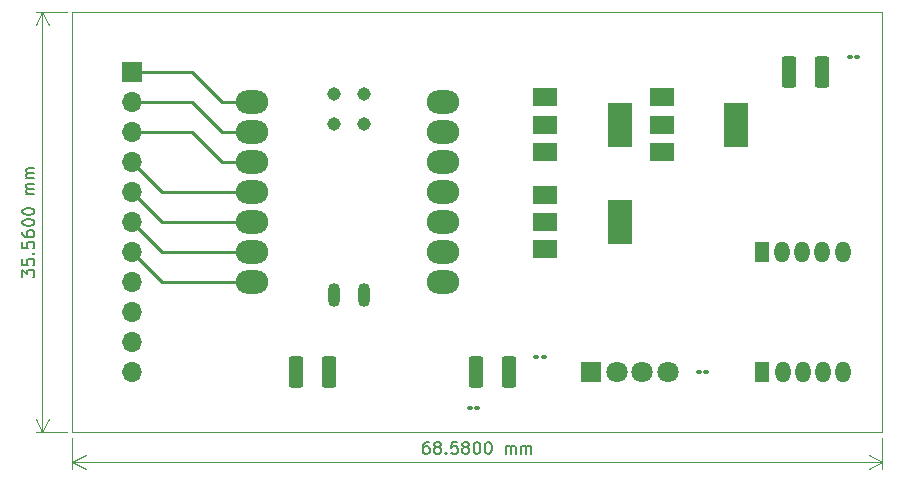
<source format=gbr>
%TF.GenerationSoftware,KiCad,Pcbnew,6.0.11+dfsg-1*%
%TF.CreationDate,2024-03-20T16:14:57-04:00*%
%TF.ProjectId,MainPCB,4d61696e-5043-4422-9e6b-696361645f70,rev?*%
%TF.SameCoordinates,Original*%
%TF.FileFunction,Copper,L1,Top*%
%TF.FilePolarity,Positive*%
%FSLAX46Y46*%
G04 Gerber Fmt 4.6, Leading zero omitted, Abs format (unit mm)*
G04 Created by KiCad (PCBNEW 6.0.11+dfsg-1) date 2024-03-20 16:14:57*
%MOMM*%
%LPD*%
G01*
G04 APERTURE LIST*
G04 Aperture macros list*
%AMRoundRect*
0 Rectangle with rounded corners*
0 $1 Rounding radius*
0 $2 $3 $4 $5 $6 $7 $8 $9 X,Y pos of 4 corners*
0 Add a 4 corners polygon primitive as box body*
4,1,4,$2,$3,$4,$5,$6,$7,$8,$9,$2,$3,0*
0 Add four circle primitives for the rounded corners*
1,1,$1+$1,$2,$3*
1,1,$1+$1,$4,$5*
1,1,$1+$1,$6,$7*
1,1,$1+$1,$8,$9*
0 Add four rect primitives between the rounded corners*
20,1,$1+$1,$2,$3,$4,$5,0*
20,1,$1+$1,$4,$5,$6,$7,0*
20,1,$1+$1,$6,$7,$8,$9,0*
20,1,$1+$1,$8,$9,$2,$3,0*%
G04 Aperture macros list end*
%TA.AperFunction,Profile*%
%ADD10C,0.100000*%
%TD*%
%ADD11C,0.150000*%
%TA.AperFunction,ComponentPad*%
%ADD12R,1.275000X1.800000*%
%TD*%
%TA.AperFunction,ComponentPad*%
%ADD13O,1.275000X1.800000*%
%TD*%
%TA.AperFunction,SMDPad,CuDef*%
%ADD14RoundRect,0.100000X-0.130000X-0.100000X0.130000X-0.100000X0.130000X0.100000X-0.130000X0.100000X0*%
%TD*%
%TA.AperFunction,SMDPad,CuDef*%
%ADD15RoundRect,0.250000X-0.375000X-1.075000X0.375000X-1.075000X0.375000X1.075000X-0.375000X1.075000X0*%
%TD*%
%TA.AperFunction,SMDPad,CuDef*%
%ADD16R,2.000000X1.500000*%
%TD*%
%TA.AperFunction,SMDPad,CuDef*%
%ADD17R,2.000000X3.800000*%
%TD*%
%TA.AperFunction,SMDPad,CuDef*%
%ADD18O,2.748280X1.998980*%
%TD*%
%TA.AperFunction,SMDPad,CuDef*%
%ADD19O,1.016000X2.032000*%
%TD*%
%TA.AperFunction,SMDPad,CuDef*%
%ADD20C,1.143000*%
%TD*%
%TA.AperFunction,ComponentPad*%
%ADD21R,1.800000X1.800000*%
%TD*%
%TA.AperFunction,ComponentPad*%
%ADD22C,1.800000*%
%TD*%
%TA.AperFunction,ComponentPad*%
%ADD23R,1.700000X1.700000*%
%TD*%
%TA.AperFunction,ComponentPad*%
%ADD24O,1.700000X1.700000*%
%TD*%
%TA.AperFunction,Conductor*%
%ADD25C,0.250000*%
%TD*%
G04 APERTURE END LIST*
D10*
X203200000Y-114300000D02*
X134620000Y-114300000D01*
X134620000Y-114300000D02*
X134620000Y-78740000D01*
X134620000Y-78740000D02*
X203200000Y-78740000D01*
X203200000Y-78740000D02*
X203200000Y-114300000D01*
D11*
X130382381Y-101186666D02*
X130382381Y-100567619D01*
X130763334Y-100900952D01*
X130763334Y-100758095D01*
X130810953Y-100662857D01*
X130858572Y-100615238D01*
X130953810Y-100567619D01*
X131191905Y-100567619D01*
X131287143Y-100615238D01*
X131334762Y-100662857D01*
X131382381Y-100758095D01*
X131382381Y-101043809D01*
X131334762Y-101139047D01*
X131287143Y-101186666D01*
X130382381Y-99662857D02*
X130382381Y-100139047D01*
X130858572Y-100186666D01*
X130810953Y-100139047D01*
X130763334Y-100043809D01*
X130763334Y-99805714D01*
X130810953Y-99710476D01*
X130858572Y-99662857D01*
X130953810Y-99615238D01*
X131191905Y-99615238D01*
X131287143Y-99662857D01*
X131334762Y-99710476D01*
X131382381Y-99805714D01*
X131382381Y-100043809D01*
X131334762Y-100139047D01*
X131287143Y-100186666D01*
X131287143Y-99186666D02*
X131334762Y-99139047D01*
X131382381Y-99186666D01*
X131334762Y-99234285D01*
X131287143Y-99186666D01*
X131382381Y-99186666D01*
X130382381Y-98234285D02*
X130382381Y-98710476D01*
X130858572Y-98758095D01*
X130810953Y-98710476D01*
X130763334Y-98615238D01*
X130763334Y-98377142D01*
X130810953Y-98281904D01*
X130858572Y-98234285D01*
X130953810Y-98186666D01*
X131191905Y-98186666D01*
X131287143Y-98234285D01*
X131334762Y-98281904D01*
X131382381Y-98377142D01*
X131382381Y-98615238D01*
X131334762Y-98710476D01*
X131287143Y-98758095D01*
X130382381Y-97329523D02*
X130382381Y-97520000D01*
X130430001Y-97615238D01*
X130477620Y-97662857D01*
X130620477Y-97758095D01*
X130810953Y-97805714D01*
X131191905Y-97805714D01*
X131287143Y-97758095D01*
X131334762Y-97710476D01*
X131382381Y-97615238D01*
X131382381Y-97424761D01*
X131334762Y-97329523D01*
X131287143Y-97281904D01*
X131191905Y-97234285D01*
X130953810Y-97234285D01*
X130858572Y-97281904D01*
X130810953Y-97329523D01*
X130763334Y-97424761D01*
X130763334Y-97615238D01*
X130810953Y-97710476D01*
X130858572Y-97758095D01*
X130953810Y-97805714D01*
X130382381Y-96615238D02*
X130382381Y-96520000D01*
X130430001Y-96424761D01*
X130477620Y-96377142D01*
X130572858Y-96329523D01*
X130763334Y-96281904D01*
X131001429Y-96281904D01*
X131191905Y-96329523D01*
X131287143Y-96377142D01*
X131334762Y-96424761D01*
X131382381Y-96520000D01*
X131382381Y-96615238D01*
X131334762Y-96710476D01*
X131287143Y-96758095D01*
X131191905Y-96805714D01*
X131001429Y-96853333D01*
X130763334Y-96853333D01*
X130572858Y-96805714D01*
X130477620Y-96758095D01*
X130430001Y-96710476D01*
X130382381Y-96615238D01*
X130382381Y-95662857D02*
X130382381Y-95567619D01*
X130430001Y-95472380D01*
X130477620Y-95424761D01*
X130572858Y-95377142D01*
X130763334Y-95329523D01*
X131001429Y-95329523D01*
X131191905Y-95377142D01*
X131287143Y-95424761D01*
X131334762Y-95472380D01*
X131382381Y-95567619D01*
X131382381Y-95662857D01*
X131334762Y-95758095D01*
X131287143Y-95805714D01*
X131191905Y-95853333D01*
X131001429Y-95900952D01*
X130763334Y-95900952D01*
X130572858Y-95853333D01*
X130477620Y-95805714D01*
X130430001Y-95758095D01*
X130382381Y-95662857D01*
X131382381Y-94139047D02*
X130715715Y-94139047D01*
X130810953Y-94139047D02*
X130763334Y-94091428D01*
X130715715Y-93996190D01*
X130715715Y-93853333D01*
X130763334Y-93758095D01*
X130858572Y-93710476D01*
X131382381Y-93710476D01*
X130858572Y-93710476D02*
X130763334Y-93662857D01*
X130715715Y-93567619D01*
X130715715Y-93424761D01*
X130763334Y-93329523D01*
X130858572Y-93281904D01*
X131382381Y-93281904D01*
X131382381Y-92805714D02*
X130715715Y-92805714D01*
X130810953Y-92805714D02*
X130763334Y-92758095D01*
X130715715Y-92662857D01*
X130715715Y-92520000D01*
X130763334Y-92424761D01*
X130858572Y-92377142D01*
X131382381Y-92377142D01*
X130858572Y-92377142D02*
X130763334Y-92329523D01*
X130715715Y-92234285D01*
X130715715Y-92091428D01*
X130763334Y-91996190D01*
X130858572Y-91948571D01*
X131382381Y-91948571D01*
D10*
X134120000Y-78740000D02*
X131493581Y-78740000D01*
X134120000Y-114300000D02*
X131493581Y-114300000D01*
X132080001Y-78740000D02*
X132080001Y-114300000D01*
X132080001Y-78740000D02*
X132080001Y-114300000D01*
X132080001Y-78740000D02*
X131493580Y-79866504D01*
X132080001Y-78740000D02*
X132666422Y-79866504D01*
X132080001Y-114300000D02*
X132666422Y-113173496D01*
X132080001Y-114300000D02*
X131493580Y-113173496D01*
D11*
X164767142Y-115142379D02*
X164576666Y-115142379D01*
X164481428Y-115189999D01*
X164433809Y-115237618D01*
X164338571Y-115380475D01*
X164290952Y-115570951D01*
X164290952Y-115951903D01*
X164338571Y-116047141D01*
X164386190Y-116094760D01*
X164481428Y-116142379D01*
X164671904Y-116142379D01*
X164767142Y-116094760D01*
X164814761Y-116047141D01*
X164862380Y-115951903D01*
X164862380Y-115713808D01*
X164814761Y-115618570D01*
X164767142Y-115570951D01*
X164671904Y-115523332D01*
X164481428Y-115523332D01*
X164386190Y-115570951D01*
X164338571Y-115618570D01*
X164290952Y-115713808D01*
X165433809Y-115570951D02*
X165338571Y-115523332D01*
X165290952Y-115475713D01*
X165243333Y-115380475D01*
X165243333Y-115332856D01*
X165290952Y-115237618D01*
X165338571Y-115189999D01*
X165433809Y-115142379D01*
X165624285Y-115142379D01*
X165719523Y-115189999D01*
X165767142Y-115237618D01*
X165814761Y-115332856D01*
X165814761Y-115380475D01*
X165767142Y-115475713D01*
X165719523Y-115523332D01*
X165624285Y-115570951D01*
X165433809Y-115570951D01*
X165338571Y-115618570D01*
X165290952Y-115666189D01*
X165243333Y-115761427D01*
X165243333Y-115951903D01*
X165290952Y-116047141D01*
X165338571Y-116094760D01*
X165433809Y-116142379D01*
X165624285Y-116142379D01*
X165719523Y-116094760D01*
X165767142Y-116047141D01*
X165814761Y-115951903D01*
X165814761Y-115761427D01*
X165767142Y-115666189D01*
X165719523Y-115618570D01*
X165624285Y-115570951D01*
X166243333Y-116047141D02*
X166290952Y-116094760D01*
X166243333Y-116142379D01*
X166195714Y-116094760D01*
X166243333Y-116047141D01*
X166243333Y-116142379D01*
X167195714Y-115142379D02*
X166719523Y-115142379D01*
X166671904Y-115618570D01*
X166719523Y-115570951D01*
X166814761Y-115523332D01*
X167052857Y-115523332D01*
X167148095Y-115570951D01*
X167195714Y-115618570D01*
X167243333Y-115713808D01*
X167243333Y-115951903D01*
X167195714Y-116047141D01*
X167148095Y-116094760D01*
X167052857Y-116142379D01*
X166814761Y-116142379D01*
X166719523Y-116094760D01*
X166671904Y-116047141D01*
X167814761Y-115570951D02*
X167719523Y-115523332D01*
X167671904Y-115475713D01*
X167624285Y-115380475D01*
X167624285Y-115332856D01*
X167671904Y-115237618D01*
X167719523Y-115189999D01*
X167814761Y-115142379D01*
X168005238Y-115142379D01*
X168100476Y-115189999D01*
X168148095Y-115237618D01*
X168195714Y-115332856D01*
X168195714Y-115380475D01*
X168148095Y-115475713D01*
X168100476Y-115523332D01*
X168005238Y-115570951D01*
X167814761Y-115570951D01*
X167719523Y-115618570D01*
X167671904Y-115666189D01*
X167624285Y-115761427D01*
X167624285Y-115951903D01*
X167671904Y-116047141D01*
X167719523Y-116094760D01*
X167814761Y-116142379D01*
X168005238Y-116142379D01*
X168100476Y-116094760D01*
X168148095Y-116047141D01*
X168195714Y-115951903D01*
X168195714Y-115761427D01*
X168148095Y-115666189D01*
X168100476Y-115618570D01*
X168005238Y-115570951D01*
X168814761Y-115142379D02*
X168910000Y-115142379D01*
X169005238Y-115189999D01*
X169052857Y-115237618D01*
X169100476Y-115332856D01*
X169148095Y-115523332D01*
X169148095Y-115761427D01*
X169100476Y-115951903D01*
X169052857Y-116047141D01*
X169005238Y-116094760D01*
X168910000Y-116142379D01*
X168814761Y-116142379D01*
X168719523Y-116094760D01*
X168671904Y-116047141D01*
X168624285Y-115951903D01*
X168576666Y-115761427D01*
X168576666Y-115523332D01*
X168624285Y-115332856D01*
X168671904Y-115237618D01*
X168719523Y-115189999D01*
X168814761Y-115142379D01*
X169767142Y-115142379D02*
X169862380Y-115142379D01*
X169957619Y-115189999D01*
X170005238Y-115237618D01*
X170052857Y-115332856D01*
X170100476Y-115523332D01*
X170100476Y-115761427D01*
X170052857Y-115951903D01*
X170005238Y-116047141D01*
X169957619Y-116094760D01*
X169862380Y-116142379D01*
X169767142Y-116142379D01*
X169671904Y-116094760D01*
X169624285Y-116047141D01*
X169576666Y-115951903D01*
X169529047Y-115761427D01*
X169529047Y-115523332D01*
X169576666Y-115332856D01*
X169624285Y-115237618D01*
X169671904Y-115189999D01*
X169767142Y-115142379D01*
X171290952Y-116142379D02*
X171290952Y-115475713D01*
X171290952Y-115570951D02*
X171338571Y-115523332D01*
X171433809Y-115475713D01*
X171576666Y-115475713D01*
X171671904Y-115523332D01*
X171719523Y-115618570D01*
X171719523Y-116142379D01*
X171719523Y-115618570D02*
X171767142Y-115523332D01*
X171862380Y-115475713D01*
X172005238Y-115475713D01*
X172100476Y-115523332D01*
X172148095Y-115618570D01*
X172148095Y-116142379D01*
X172624285Y-116142379D02*
X172624285Y-115475713D01*
X172624285Y-115570951D02*
X172671904Y-115523332D01*
X172767142Y-115475713D01*
X172910000Y-115475713D01*
X173005238Y-115523332D01*
X173052857Y-115618570D01*
X173052857Y-116142379D01*
X173052857Y-115618570D02*
X173100476Y-115523332D01*
X173195714Y-115475713D01*
X173338571Y-115475713D01*
X173433809Y-115523332D01*
X173481428Y-115618570D01*
X173481428Y-116142379D01*
D10*
X134620000Y-114800000D02*
X134620000Y-117426419D01*
X203200000Y-114800000D02*
X203200000Y-117426419D01*
X134620000Y-116839999D02*
X203200000Y-116839999D01*
X134620000Y-116839999D02*
X203200000Y-116839999D01*
X134620000Y-116839999D02*
X135746504Y-117426420D01*
X134620000Y-116839999D02*
X135746504Y-116253578D01*
X203200000Y-116839999D02*
X202073496Y-116253578D01*
X203200000Y-116839999D02*
X202073496Y-117426420D01*
D12*
%TO.P,U5,1,VIN*%
%TO.N,unconnected-(U5-Pad1)*%
X193040000Y-109220000D03*
D13*
%TO.P,U5,2,OUT*%
%TO.N,unconnected-(U5-Pad2)*%
X194740000Y-109220000D03*
%TO.P,U5,3,GND*%
%TO.N,unconnected-(U5-Pad3)*%
X196440000Y-109220000D03*
%TO.P,U5,4,FB*%
%TO.N,unconnected-(U5-Pad4)*%
X198140000Y-109220000D03*
%TO.P,U5,5,~{ON}/OFF*%
%TO.N,unconnected-(U5-Pad5)*%
X199840000Y-109220000D03*
%TD*%
D14*
%TO.P,R1,1*%
%TO.N,unconnected-(R1-Pad1)*%
X173890000Y-107950000D03*
%TO.P,R1,2*%
%TO.N,unconnected-(R1-Pad2)*%
X174530000Y-107950000D03*
%TD*%
D15*
%TO.P,D1,1,K*%
%TO.N,unconnected-(D1-Pad1)*%
X153540000Y-109220000D03*
%TO.P,D1,2,A*%
%TO.N,unconnected-(D1-Pad2)*%
X156340000Y-109220000D03*
%TD*%
D16*
%TO.P,U3,1,GND*%
%TO.N,unconnected-(U3-Pad1)*%
X174650000Y-85970000D03*
D17*
%TO.P,U3,2,VO*%
%TO.N,unconnected-(U3-Pad2)*%
X180950000Y-88270000D03*
D16*
X174650000Y-88270000D03*
%TO.P,U3,3,VI*%
%TO.N,unconnected-(U3-Pad3)*%
X174650000Y-90570000D03*
%TD*%
D18*
%TO.P,U4,1,PA02_A0_D0*%
%TO.N,Net-(J1-Pad1)*%
X149860000Y-86360000D03*
%TO.P,U4,2,PA4_A1_D1*%
%TO.N,Net-(J1-Pad2)*%
X149860000Y-88900000D03*
%TO.P,U4,3,PA10_A2_D2*%
%TO.N,Net-(J1-Pad3)*%
X149860000Y-91440000D03*
%TO.P,U4,4,PA11_A3_D3*%
%TO.N,Net-(J1-Pad4)*%
X149860000Y-93980000D03*
%TO.P,U4,5,PA8_A4_D4_SDA*%
%TO.N,Net-(J1-Pad5)*%
X149860000Y-96520000D03*
%TO.P,U4,6,PA9_A5_D5_SCL*%
%TO.N,Net-(J1-Pad6)*%
X149860000Y-99060000D03*
%TO.P,U4,7,PB08_A6_D6_TX*%
%TO.N,Net-(U4-Pad7)*%
X149860000Y-101600000D03*
%TO.P,U4,8,PB09_A7_D7_RX*%
%TO.N,unconnected-(U4-Pad8)*%
X166024560Y-101600000D03*
%TO.P,U4,9,PA7_A8_D8_SCK*%
%TO.N,unconnected-(U4-Pad9)*%
X166024560Y-99060000D03*
%TO.P,U4,10,PA5_A9_D9_MISO*%
%TO.N,unconnected-(U4-Pad10)*%
X166024560Y-96520000D03*
%TO.P,U4,11,PA6_A10_D10_MOSI*%
%TO.N,unconnected-(U4-Pad11)*%
X166024560Y-93980000D03*
%TO.P,U4,12,3V3*%
%TO.N,unconnected-(U4-Pad12)*%
X166024560Y-91440000D03*
%TO.P,U4,13,GND*%
%TO.N,unconnected-(U4-Pad13)*%
X166024560Y-88900000D03*
%TO.P,U4,14,5V*%
%TO.N,unconnected-(U4-Pad14)*%
X166024560Y-86360000D03*
D19*
%TO.P,U4,15,5V*%
%TO.N,unconnected-(U4-Pad15)*%
X156726880Y-102677820D03*
%TO.P,U4,16,GND*%
%TO.N,unconnected-(U4-Pad16)*%
X159276880Y-102677820D03*
D20*
%TO.P,U4,17,PA31_SWDIO*%
%TO.N,unconnected-(U4-Pad17)*%
X156725683Y-85673633D03*
%TO.P,U4,18,PA30_SWCLK*%
%TO.N,unconnected-(U4-Pad18)*%
X159265683Y-85673633D03*
%TO.P,U4,19,RESET*%
%TO.N,unconnected-(U4-Pad19)*%
X156725683Y-88213633D03*
%TO.P,U4,20,GND*%
%TO.N,unconnected-(U4-Pad20)*%
X159265683Y-88213633D03*
%TD*%
D16*
%TO.P,U2,1,GND*%
%TO.N,unconnected-(U2-Pad1)*%
X184500000Y-85970000D03*
D17*
%TO.P,U2,2,VO*%
%TO.N,unconnected-(U2-Pad2)*%
X190800000Y-88270000D03*
D16*
X184500000Y-88270000D03*
%TO.P,U2,3,VI*%
%TO.N,unconnected-(U2-Pad3)*%
X184500000Y-90570000D03*
%TD*%
D15*
%TO.P,D2,1,K*%
%TO.N,unconnected-(D2-Pad1)*%
X195320000Y-83820000D03*
%TO.P,D2,2,A*%
%TO.N,unconnected-(D2-Pad2)*%
X198120000Y-83820000D03*
%TD*%
D14*
%TO.P,R2,1*%
%TO.N,unconnected-(R2-Pad1)*%
X187640000Y-109220000D03*
%TO.P,R2,2*%
%TO.N,unconnected-(R2-Pad2)*%
X188280000Y-109220000D03*
%TD*%
D21*
%TO.P,D4,1,A*%
%TO.N,unconnected-(D4-Pad1)*%
X178562000Y-109220000D03*
D22*
%TO.P,D4,2,RK*%
%TO.N,unconnected-(D4-Pad2)*%
X180721000Y-109220000D03*
%TO.P,D4,3,GK*%
%TO.N,unconnected-(D4-Pad3)*%
X182880000Y-109220000D03*
%TO.P,D4,4,BK*%
%TO.N,unconnected-(D4-Pad4)*%
X185039000Y-109220000D03*
%TD*%
D15*
%TO.P,D3,1,K*%
%TO.N,unconnected-(D3-Pad1)*%
X168780000Y-109220000D03*
%TO.P,D3,2,A*%
%TO.N,unconnected-(D3-Pad2)*%
X171580000Y-109220000D03*
%TD*%
D14*
%TO.P,R3,1*%
%TO.N,unconnected-(R3-Pad1)*%
X168240000Y-112240000D03*
%TO.P,R3,2*%
%TO.N,unconnected-(R3-Pad2)*%
X168880000Y-112240000D03*
%TD*%
D16*
%TO.P,U1,1,GND*%
%TO.N,unconnected-(U1-Pad1)*%
X174650000Y-94220000D03*
%TO.P,U1,2,VO*%
%TO.N,unconnected-(U1-Pad2)*%
X174650000Y-96520000D03*
D17*
X180950000Y-96520000D03*
D16*
%TO.P,U1,3,VI*%
%TO.N,unconnected-(U1-Pad3)*%
X174650000Y-98820000D03*
%TD*%
D23*
%TO.P,J1,1,Pin_1*%
%TO.N,Net-(J1-Pad1)*%
X139700000Y-83820000D03*
D24*
%TO.P,J1,2,Pin_2*%
%TO.N,Net-(J1-Pad2)*%
X139700000Y-86360000D03*
%TO.P,J1,3,Pin_3*%
%TO.N,Net-(J1-Pad3)*%
X139700000Y-88900000D03*
%TO.P,J1,4,Pin_4*%
%TO.N,Net-(J1-Pad4)*%
X139700000Y-91440000D03*
%TO.P,J1,5,Pin_5*%
%TO.N,Net-(J1-Pad5)*%
X139700000Y-93980000D03*
%TO.P,J1,6,Pin_6*%
%TO.N,Net-(J1-Pad6)*%
X139700000Y-96520000D03*
%TO.P,J1,7,Pin_7*%
%TO.N,Net-(U4-Pad7)*%
X139700000Y-99060000D03*
%TO.P,J1,8,Pin_8*%
%TO.N,unconnected-(J1-Pad8)*%
X139700000Y-101600000D03*
%TO.P,J1,9,Pin_9*%
%TO.N,unconnected-(J1-Pad9)*%
X139700000Y-104140000D03*
%TO.P,J1,10,Pin_10*%
%TO.N,unconnected-(J1-Pad10)*%
X139700000Y-106680000D03*
%TO.P,J1,11,Pin_11*%
%TO.N,unconnected-(J1-Pad11)*%
X139700000Y-109220000D03*
%TD*%
D12*
%TO.P,U6,1,VIN*%
%TO.N,unconnected-(U6-Pad1)*%
X193020000Y-99060000D03*
D13*
%TO.P,U6,2,OUT*%
%TO.N,unconnected-(U6-Pad2)*%
X194720000Y-99060000D03*
%TO.P,U6,3,GND*%
%TO.N,unconnected-(U6-Pad3)*%
X196420000Y-99060000D03*
%TO.P,U6,4,FB*%
%TO.N,unconnected-(U6-Pad4)*%
X198120000Y-99060000D03*
%TO.P,U6,5,~{ON}/OFF*%
%TO.N,unconnected-(U6-Pad5)*%
X199820000Y-99060000D03*
%TD*%
D14*
%TO.P,R4,1*%
%TO.N,unconnected-(R4-Pad1)*%
X200430000Y-82550000D03*
%TO.P,R4,2*%
%TO.N,unconnected-(R4-Pad2)*%
X201070000Y-82550000D03*
%TD*%
D25*
%TO.N,Net-(J1-Pad1)*%
X139700000Y-83820000D02*
X144780000Y-83820000D01*
X147320000Y-86360000D02*
X149860000Y-86360000D01*
X144780000Y-83820000D02*
X147320000Y-86360000D01*
%TO.N,Net-(J1-Pad2)*%
X144780000Y-86360000D02*
X147320000Y-88900000D01*
X147320000Y-88900000D02*
X149860000Y-88900000D01*
X139700000Y-86360000D02*
X144780000Y-86360000D01*
%TO.N,Net-(J1-Pad3)*%
X139700000Y-88900000D02*
X144780000Y-88900000D01*
X144780000Y-88900000D02*
X147320000Y-91440000D01*
X149860000Y-91440000D02*
X147320000Y-91440000D01*
%TO.N,Net-(J1-Pad4)*%
X149860000Y-93980000D02*
X142240000Y-93980000D01*
X142240000Y-93980000D02*
X139700000Y-91440000D01*
%TO.N,Net-(J1-Pad5)*%
X139700000Y-93980000D02*
X142240000Y-96520000D01*
X142240000Y-96520000D02*
X149860000Y-96520000D01*
%TO.N,Net-(J1-Pad6)*%
X142240000Y-99060000D02*
X149860000Y-99060000D01*
X139700000Y-96520000D02*
X142240000Y-99060000D01*
%TO.N,Net-(U4-Pad7)*%
X139700000Y-99060000D02*
X142240000Y-101600000D01*
X142240000Y-101600000D02*
X149860000Y-101600000D01*
%TD*%
M02*

</source>
